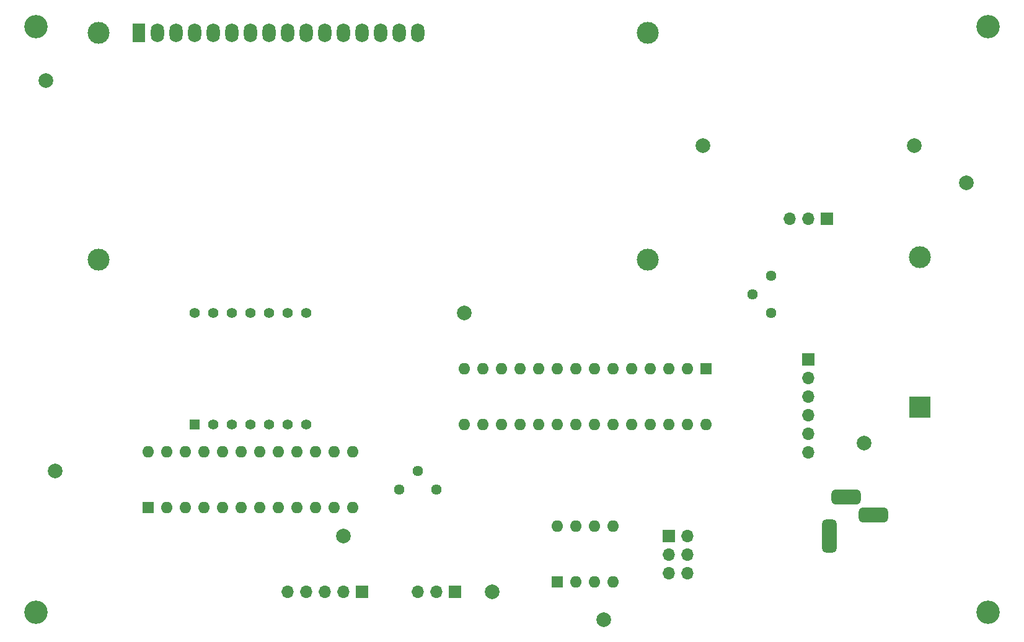
<source format=gbr>
%TF.GenerationSoftware,KiCad,Pcbnew,(6.0.5-0)*%
%TF.CreationDate,2022-07-22T18:33:55-05:00*%
%TF.ProjectId,calebs_HPS_clock,63616c65-6273-45f4-9850-535f636c6f63,C*%
%TF.SameCoordinates,PX4c4b400PY8a48640*%
%TF.FileFunction,Soldermask,Bot*%
%TF.FilePolarity,Negative*%
%FSLAX46Y46*%
G04 Gerber Fmt 4.6, Leading zero omitted, Abs format (unit mm)*
G04 Created by KiCad (PCBNEW (6.0.5-0)) date 2022-07-22 18:33:55*
%MOMM*%
%LPD*%
G01*
G04 APERTURE LIST*
G04 Aperture macros list*
%AMRoundRect*
0 Rectangle with rounded corners*
0 $1 Rounding radius*
0 $2 $3 $4 $5 $6 $7 $8 $9 X,Y pos of 4 corners*
0 Add a 4 corners polygon primitive as box body*
4,1,4,$2,$3,$4,$5,$6,$7,$8,$9,$2,$3,0*
0 Add four circle primitives for the rounded corners*
1,1,$1+$1,$2,$3*
1,1,$1+$1,$4,$5*
1,1,$1+$1,$6,$7*
1,1,$1+$1,$8,$9*
0 Add four rect primitives between the rounded corners*
20,1,$1+$1,$2,$3,$4,$5,0*
20,1,$1+$1,$4,$5,$6,$7,0*
20,1,$1+$1,$6,$7,$8,$9,0*
20,1,$1+$1,$8,$9,$2,$3,0*%
G04 Aperture macros list end*
%ADD10C,1.440000*%
%ADD11R,1.400000X1.400000*%
%ADD12C,1.400000*%
%ADD13C,3.200000*%
%ADD14R,1.700000X1.700000*%
%ADD15O,1.700000X1.700000*%
%ADD16C,2.000000*%
%ADD17R,1.600000X1.600000*%
%ADD18O,1.600000X1.600000*%
%ADD19C,3.000000*%
%ADD20R,1.800000X2.600000*%
%ADD21O,1.800000X2.600000*%
%ADD22RoundRect,0.500000X-0.500000X1.750000X-0.500000X-1.750000X0.500000X-1.750000X0.500000X1.750000X0*%
%ADD23RoundRect,0.500000X-1.500000X-0.500000X1.500000X-0.500000X1.500000X0.500000X-1.500000X0.500000X0*%
%ADD24R,3.000000X3.000000*%
G04 APERTURE END LIST*
D10*
%TO.C,RV2*%
X59700000Y21810000D03*
X57160000Y24350000D03*
X54620000Y21810000D03*
%TD*%
D11*
%TO.C,DS2*%
X26680000Y30700000D03*
D12*
X29220000Y30700000D03*
X31760000Y30700000D03*
X34300000Y30700000D03*
X36840000Y30700000D03*
X39380000Y30700000D03*
X41920000Y30700000D03*
X41920000Y45940000D03*
X39380000Y45940000D03*
X36840000Y45940000D03*
X34300000Y45940000D03*
X31760000Y45940000D03*
X29220000Y45940000D03*
X26680000Y45940000D03*
%TD*%
D13*
%TO.C,H4*%
X135000000Y5000000D03*
%TD*%
D14*
%TO.C,J1*%
X110500000Y39590000D03*
D15*
X110500000Y37050000D03*
X110500000Y34510000D03*
X110500000Y31970000D03*
X110500000Y29430000D03*
X110500000Y26890000D03*
%TD*%
D16*
%TO.C,TP8*%
X47000000Y15460000D03*
%TD*%
%TO.C,TP5*%
X6360000Y77690000D03*
%TD*%
%TO.C,U5*%
X124950000Y68800000D03*
X96050000Y68800000D03*
D14*
X113040000Y58750000D03*
D15*
X110500000Y58750000D03*
X107960000Y58750000D03*
%TD*%
D16*
%TO.C,TP2*%
X118120000Y28160000D03*
%TD*%
D17*
%TO.C,U1*%
X96520000Y38310000D03*
D18*
X93980000Y38310000D03*
X91440000Y38310000D03*
X88900000Y38310000D03*
X86360000Y38310000D03*
X83820000Y38310000D03*
X81280000Y38310000D03*
X78740000Y38310000D03*
X76200000Y38310000D03*
X73660000Y38310000D03*
X71120000Y38310000D03*
X68580000Y38310000D03*
X66040000Y38310000D03*
X63500000Y38310000D03*
X63500000Y30690000D03*
X66040000Y30690000D03*
X68580000Y30690000D03*
X71120000Y30690000D03*
X73660000Y30690000D03*
X76200000Y30690000D03*
X78740000Y30690000D03*
X81280000Y30690000D03*
X83820000Y30690000D03*
X86360000Y30690000D03*
X88900000Y30690000D03*
X91440000Y30690000D03*
X93980000Y30690000D03*
X96520000Y30690000D03*
%TD*%
D14*
%TO.C,J6*%
X91445000Y15445000D03*
D15*
X93985000Y15445000D03*
X91445000Y12905000D03*
X93985000Y12905000D03*
X91445000Y10365000D03*
X93985000Y10365000D03*
%TD*%
D17*
%TO.C,U3*%
X76220000Y9120000D03*
D18*
X78760000Y9120000D03*
X81300000Y9120000D03*
X83840000Y9120000D03*
X83840000Y16740000D03*
X81300000Y16740000D03*
X78760000Y16740000D03*
X76220000Y16740000D03*
%TD*%
D14*
%TO.C,J3*%
X49535000Y7840000D03*
D15*
X46995000Y7840000D03*
X44455000Y7840000D03*
X41915000Y7840000D03*
X39375000Y7840000D03*
%TD*%
D14*
%TO.C,J5*%
X62240000Y7840000D03*
D15*
X59700000Y7840000D03*
X57160000Y7840000D03*
%TD*%
D13*
%TO.C,H2*%
X135000000Y85000000D03*
%TD*%
D16*
%TO.C,TP9*%
X7630000Y24350000D03*
%TD*%
D10*
%TO.C,RV1*%
X105420000Y51020000D03*
X102880000Y48480000D03*
X105420000Y45940000D03*
%TD*%
D13*
%TO.C,H3*%
X5000000Y5000000D03*
%TD*%
%TO.C,H1*%
X5000000Y85000000D03*
%TD*%
D17*
%TO.C,U4*%
X20325000Y19280000D03*
D18*
X22865000Y19280000D03*
X25405000Y19280000D03*
X27945000Y19280000D03*
X30485000Y19280000D03*
X33025000Y19280000D03*
X35565000Y19280000D03*
X38105000Y19280000D03*
X40645000Y19280000D03*
X43185000Y19280000D03*
X45725000Y19280000D03*
X48265000Y19280000D03*
X48265000Y26900000D03*
X45725000Y26900000D03*
X43185000Y26900000D03*
X40645000Y26900000D03*
X38105000Y26900000D03*
X35565000Y26900000D03*
X33025000Y26900000D03*
X30485000Y26900000D03*
X27945000Y26900000D03*
X25405000Y26900000D03*
X22865000Y26900000D03*
X20325000Y26900000D03*
%TD*%
D16*
%TO.C,TP3*%
X82560000Y4030000D03*
%TD*%
%TO.C,TP6*%
X132090000Y63720000D03*
%TD*%
%TO.C,TP7*%
X67320000Y7840000D03*
%TD*%
D19*
%TO.C,DS1*%
X88560000Y84157500D03*
X88559480Y53156800D03*
X13560900Y53156800D03*
X13560900Y84157500D03*
D20*
X19060000Y84157500D03*
D21*
X21600000Y84157500D03*
X24140000Y84157500D03*
X26680000Y84157500D03*
X29220000Y84157500D03*
X31760000Y84157500D03*
X34300000Y84157500D03*
X36840000Y84157500D03*
X39380000Y84157500D03*
X41920000Y84157500D03*
X44460000Y84157500D03*
X47000000Y84157500D03*
X49540000Y84157500D03*
X52080000Y84157500D03*
X54620000Y84157500D03*
X57160000Y84157500D03*
%TD*%
D16*
%TO.C,TP1*%
X63510000Y45940000D03*
%TD*%
D22*
%TO.C,J2*%
X113350000Y15460000D03*
D23*
X115650000Y20760000D03*
X119350000Y18260000D03*
%TD*%
D24*
%TO.C,BT1*%
X125739984Y33056314D03*
D19*
X125739984Y53546314D03*
%TD*%
M02*

</source>
